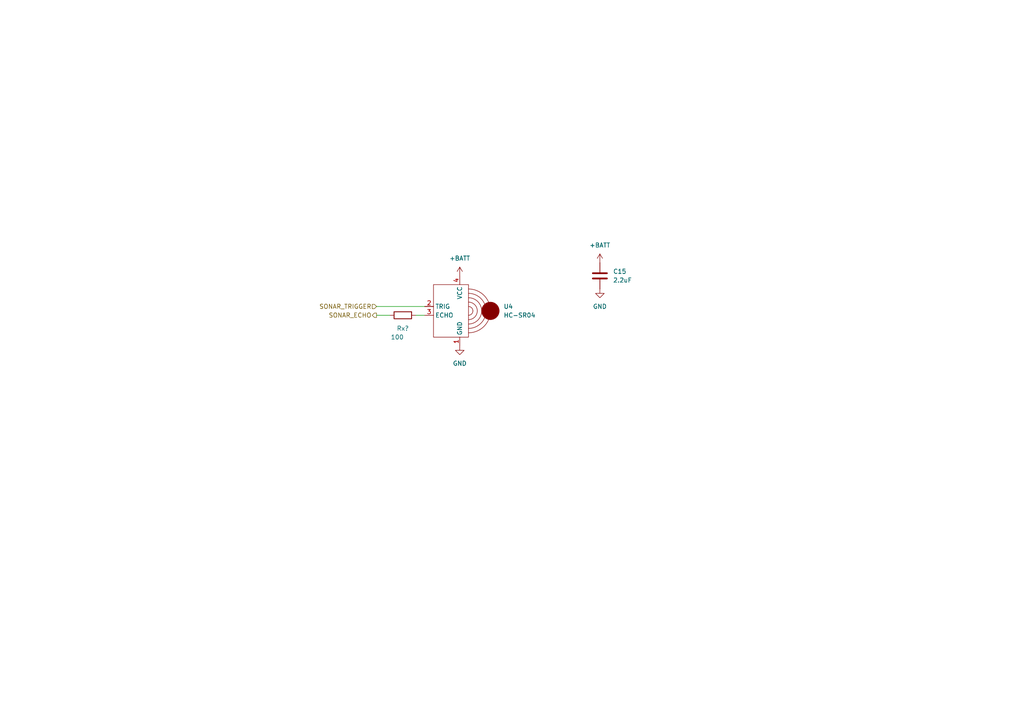
<source format=kicad_sch>
(kicad_sch (version 20230121) (generator eeschema)
  (paper "A4")
  (lib_symbols
    (symbol "Device:C" (pin_numbers hide) (pin_names (offset 0.254))
      (property "Reference" "C" (at 0.635 2.54 0))
      (property "Value" "C" (at 0.635 -2.54 0))
      (symbol "C_0_1"
        (polyline (pts (xy -2.032 -0.762) (xy 2.032 -0.762)) (stroke (width 0.508)))
        (polyline (pts (xy -2.032 0.762) (xy 2.032 0.762)) (stroke (width 0.508)))
      )
      (symbol "C_1_1"
        (pin passive line (at 0 3.81 270) (length 2.794) (name "~") (number "1"))
        (pin passive line (at 0 -3.81 90) (length 2.794) (name "~") (number "2"))
      )
    )
    (symbol "Device:R" (pin_numbers hide) (pin_names (offset 0))
      (property "Reference" "R" (at 2.032 0 90))
      (property "Value" "R" (at 0 0 90))
      (symbol "R_0_1"
        (rectangle (start -1.016 -2.54) (end 1.016 2.54) (stroke (width 0.254)))
      )
      (symbol "R_1_1"
        (pin passive line (at 0 3.81 270) (length 1.27) (name "~") (number "1"))
        (pin passive line (at 0 -3.81 90) (length 1.27) (name "~") (number "2"))
      )
    )
    (symbol "minimouse:HC-SR04"
      (property "Reference" "U" (at 0 0 0))
      (property "Value" "HC-SR04" (at 0 0 0))
      (symbol "HC-SR04_0_1"
        (rectangle (start -7.62 7.62) (end 2.54 -7.62))
        (arc (start 2.54 -6.35) (mid 7.0301 -4.4901) (end 8.89 0))
        (arc (start 2.54 -5.08) (mid 6.1321 -3.5921) (end 7.62 0))
        (arc (start 2.54 -3.81) (mid 5.2341 -2.6941) (end 6.35 0))
        (arc (start 2.54 -2.54) (mid 4.3361 -1.7961) (end 5.08 0))
        (arc (start 2.54 -1.27) (mid 3.438 -0.898) (end 3.81 0))
        (arc (start 3.81 0) (mid 3.438 0.898) (end 2.54 1.27))
        (arc (start 5.08 0) (mid 4.3361 1.7961) (end 2.54 2.54))
        (arc (start 6.35 0) (mid 5.2341 2.6941) (end 2.54 3.81))
        (arc (start 7.62 0) (mid 6.1321 3.5921) (end 2.54 5.08))
        (arc (start 8.89 0) (mid 7.0301 4.4901) (end 2.54 6.35))
      )
      (symbol "HC-SR04_1_1"
        (circle (center 8.89 0) (radius 2.54) (fill (type outline)))
        (pin power_in line (at 0 -10.16 90) (length 2.54) (name "GND") (number "1"))
        (pin input line (at -10.16 1.27 0) (length 2.54) (name "TRIG") (number "2"))
        (pin output line (at -10.16 -1.27 0) (length 2.54) (name "ECHO") (number "3"))
        (pin power_in line (at 0 10.16 270) (length 2.54) (name "VCC") (number "4"))
      )
    )
    (symbol "power:+BATT" (power) (pin_names (offset 0))
      (property "Value" "+BATT" (at 0 3.556 0))
      (symbol "+BATT_0_1"
        (polyline (pts (xy -0.762 1.27) (xy 0 2.54)))
        (polyline (pts (xy 0 0) (xy 0 2.54)))
        (polyline (pts (xy 0 2.54) (xy 0.762 1.27)))
      )
      (symbol "+BATT_1_1"
        (pin power_in line (at 0 0 90) (length 0) hide (name "+BATT") (number "1"))
      )
    )
    (symbol "power:GND" (power) (pin_names (offset 0))
      (property "Value" "GND" (at 0 -3.81 0))
      (symbol "GND_0_1"
        (polyline (pts (xy 0 0) (xy 0 -1.27) (xy 1.27 -1.27) (xy 0 -2.54) (xy -1.27 -1.27) (xy 0 -1.27)))
      )
      (symbol "GND_1_1"
        (pin power_in line (at 0 0 270) (length 0) hide (name "GND") (number "1"))
      )
    )
  )
  (wire (pts (xy 109.22 91.44) (xy 113.03 91.44)))
  (wire (pts (xy 109.22 88.9) (xy 123.19 88.9)))
  (wire (pts (xy 120.65 91.44) (xy 123.19 91.44)))
  (hierarchical_label "SONAR_TRIGGER" (shape input) (at 109.22 88.9 180))
  (hierarchical_label "SONAR_ECHO" (shape output) (at 109.22 91.44 180))
  (symbol (lib_id "minimouse:HC-SR04") (at 133.35 90.17 0) (unit 1)
    (property "Reference" "U4" (at 146.05 88.9 0) (effects (justify left)))
    (property "Value" "HC-SR04" (at 146.05 91.44 0) (effects (justify left)))
    (property "Footprint" "minimouse:HC-SR04" (effects hide))
  )
  (symbol (lib_id "power:+BATT") (at 133.35 80.01 0) (unit 1)
    (property "Reference" "#PWR034" (effects hide))
    (property "Value" "+BATT" (at 133.35 74.93 0))
  )
  (symbol (lib_id "Device:C") (at 173.99 80.01 0) (unit 1)
    (property "Reference" "C15" (at 177.8 78.74 0) (effects (justify left)))
    (property "Value" "2.2uF" (at 177.8 81.28 0) (effects (justify left)))
    (property "Footprint" "Capacitor_SMD:C_0603_1608Metric" (effects hide))
  )
  (symbol (lib_id "power:GND") (at 133.35 100.33 0) (unit 1)
    (property "Reference" "#PWR035" (effects hide))
    (property "Value" "GND" (at 133.35 105.41 0))
  )
  (symbol (lib_id "power:GND") (at 173.99 83.82 0) (unit 1)
    (property "Reference" "#PWR037" (effects hide))
    (property "Value" "GND" (at 173.99 88.9 0))
  )
  (symbol (lib_id "Device:R") (at 116.84 91.44 90) (mirror x) (unit 1)
    (property "Reference" "Rx?" (at 116.84 95.25 90))
    (property "Value" "100 " (at 118.11 97.79 90) (effects (justify left)))
    (property "Footprint" "Resistor_SMD:R_0603_1608Metric" (effects hide))
    (instances (project "tp2" (path "" (reference "Rx?") (unit 1)) (path "" (reference "R22") (unit 1))))
  )
  (symbol (lib_id "power:+BATT") (at 173.99 76.2 0) (unit 1)
    (property "Reference" "#PWR036" (effects hide))
    (property "Value" "+BATT" (at 173.99 71.12 0))
  )
)
</source>
